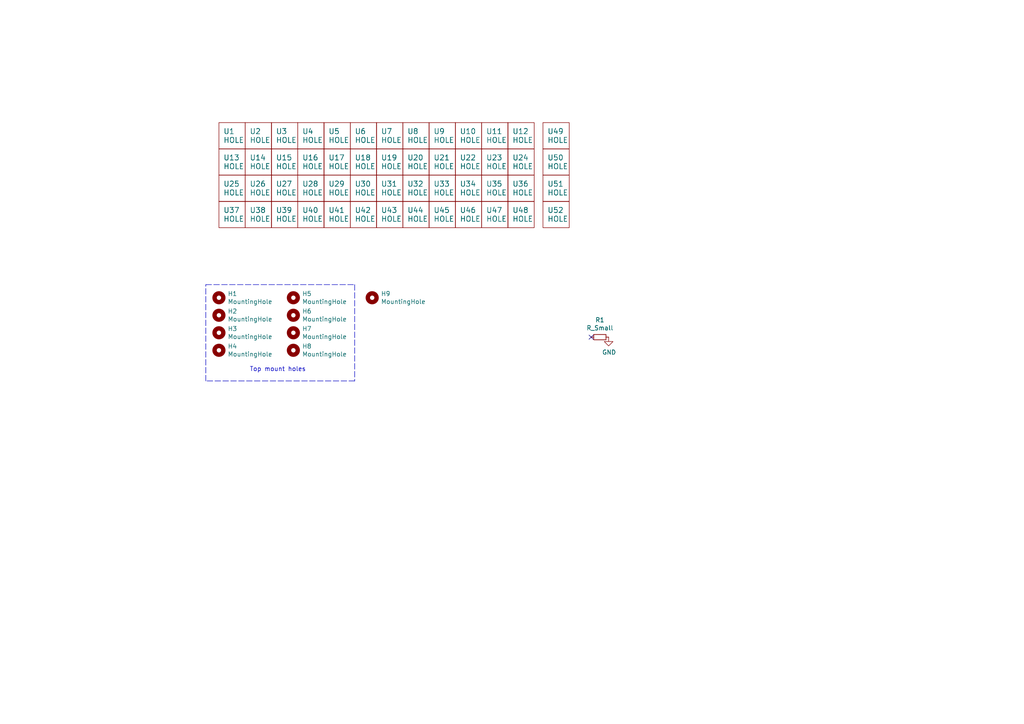
<source format=kicad_sch>
(kicad_sch (version 20211123) (generator eeschema)
  (paper "A4")
  (lib_symbols
    (symbol "Device:R_Small" (pin_numbers hide) (pin_names (offset 0.254) hide)
      (property "Reference" "R" (at 0.762 0.508 0))
      (property "Value" "R_Small" (at 0.762 -1.016 0))
      (symbol "R_Small_0_1"
        (rectangle (start -0.762 1.778) (end 0.762 -1.778) (stroke (width 0.2032)))
      )
      (symbol "R_Small_1_1"
        (pin passive line (at 0 2.54 270) (length 0.762) (name "~") (number "1"))
        (pin passive line (at 0 -2.54 90) (length 0.762) (name "~") (number "2"))
      )
    )
    (symbol "Mechanical:MountingHole" (pin_names (offset 1.016))
      (property "Reference" "H" (at 0 5.08 0))
      (property "Value" "MountingHole" (at 0 3.175 0))
      (symbol "MountingHole_0_1"
        (circle (center 0 0) (radius 1.27) (stroke (width 1.27)))
      )
    )
    (symbol "lets_split-cache:HOLE" (pin_names (offset 1.016))
      (property "Reference" "U" (at 0 5.08 0))
      (property "Value" "HOLE" (at 0 0 0))
      (symbol "HOLE_0_1"
        (rectangle (start -3.81 3.81) (end 3.81 -3.81))
      )
    )
    (symbol "power:GND" (power) (pin_names (offset 0))
      (property "Value" "GND" (at 0 -3.81 0))
      (symbol "GND_0_1"
        (polyline (pts (xy 0 0) (xy 0 -1.27) (xy 1.27 -1.27) (xy 0 -2.54) (xy -1.27 -1.27) (xy 0 -1.27)))
      )
      (symbol "GND_1_1"
        (pin power_in line (at 0 0 270) (length 0) hide (name "GND") (number "1"))
      )
    )
  )
  (no_connect (at 171.45 97.79))
  (polyline (pts (xy 102.87 110.49) (xy 59.69 110.49)))
  (polyline (pts (xy 102.87 82.55) (xy 102.87 110.49)))
  (polyline (pts (xy 59.69 110.49) (xy 59.69 82.55)))
  (polyline (pts (xy 59.69 82.55) (xy 102.87 82.55)))
  (text "Top mount holes" (at 72.39 107.95 0) (effects (font (size 1.27 1.27)) (justify left bottom)))
  (symbol (lib_id "lets_split-cache:HOLE") (at 67.31 39.37 0) (unit 1)
    (property "Reference" "U1" (at 64.77 38.1 0) (effects (font (size 1.524 1.524)) (justify left)))
    (property "Value" "HOLE" (at 64.77 40.64 0) (effects (font (size 1.524 1.524)) (justify left)))
    (property "Footprint" "Keeb_footprints:MX100_cutout_plated" (effects hide))
  )
  (symbol (lib_id "lets_split-cache:HOLE") (at 74.93 39.37 0) (unit 1)
    (property "Reference" "U2" (at 72.39 38.1 0) (effects (font (size 1.524 1.524)) (justify left)))
    (property "Value" "HOLE" (at 72.39 40.64 0) (effects (font (size 1.524 1.524)) (justify left)))
    (property "Footprint" "Keeb_footprints:MX100_cutout_plated" (effects hide))
  )
  (symbol (lib_id "lets_split-cache:HOLE") (at 82.55 39.37 0) (unit 1)
    (property "Reference" "U3" (at 80.01 38.1 0) (effects (font (size 1.524 1.524)) (justify left)))
    (property "Value" "HOLE" (at 80.01 40.64 0) (effects (font (size 1.524 1.524)) (justify left)))
    (property "Footprint" "Keeb_footprints:MX100_cutout_plated" (effects hide))
  )
  (symbol (lib_id "lets_split-cache:HOLE") (at 90.17 39.37 0) (unit 1)
    (property "Reference" "U4" (at 87.63 38.1 0) (effects (font (size 1.524 1.524)) (justify left)))
    (property "Value" "HOLE" (at 87.63 40.64 0) (effects (font (size 1.524 1.524)) (justify left)))
    (property "Footprint" "Keeb_footprints:MX100_cutout_plated" (effects hide))
  )
  (symbol (lib_id "lets_split-cache:HOLE") (at 67.31 46.99 0) (unit 1)
    (property "Reference" "U13" (at 64.77 45.72 0) (effects (font (size 1.524 1.524)) (justify left)))
    (property "Value" "HOLE" (at 64.77 48.26 0) (effects (font (size 1.524 1.524)) (justify left)))
    (property "Footprint" "Keeb_footprints:MX100_cutout_plated" (effects hide))
  )
  (symbol (lib_id "lets_split-cache:HOLE") (at 74.93 46.99 0) (unit 1)
    (property "Reference" "U14" (at 72.39 45.72 0) (effects (font (size 1.524 1.524)) (justify left)))
    (property "Value" "HOLE" (at 72.39 48.26 0) (effects (font (size 1.524 1.524)) (justify left)))
    (property "Footprint" "Keeb_footprints:MX100_cutout_plated" (effects hide))
  )
  (symbol (lib_id "lets_split-cache:HOLE") (at 82.55 46.99 0) (unit 1)
    (property "Reference" "U15" (at 80.01 45.72 0) (effects (font (size 1.524 1.524)) (justify left)))
    (property "Value" "HOLE" (at 80.01 48.26 0) (effects (font (size 1.524 1.524)) (justify left)))
    (property "Footprint" "Keeb_footprints:MX100_cutout_plated" (effects hide))
  )
  (symbol (lib_id "lets_split-cache:HOLE") (at 90.17 46.99 0) (unit 1)
    (property "Reference" "U16" (at 87.63 45.72 0) (effects (font (size 1.524 1.524)) (justify left)))
    (property "Value" "HOLE" (at 87.63 48.26 0) (effects (font (size 1.524 1.524)) (justify left)))
    (property "Footprint" "Keeb_footprints:MX100_cutout_plated" (effects hide))
  )
  (symbol (lib_id "lets_split-cache:HOLE") (at 67.31 54.61 0) (unit 1)
    (property "Reference" "U25" (at 64.77 53.34 0) (effects (font (size 1.524 1.524)) (justify left)))
    (property "Value" "HOLE" (at 64.77 55.88 0) (effects (font (size 1.524 1.524)) (justify left)))
    (property "Footprint" "Keeb_footprints:MX100_cutout_plated" (effects hide))
  )
  (symbol (lib_id "lets_split-cache:HOLE") (at 74.93 54.61 0) (unit 1)
    (property "Reference" "U26" (at 72.39 53.34 0) (effects (font (size 1.524 1.524)) (justify left)))
    (property "Value" "HOLE" (at 72.39 55.88 0) (effects (font (size 1.524 1.524)) (justify left)))
    (property "Footprint" "Keeb_footprints:MX100_cutout_plated" (effects hide))
  )
  (symbol (lib_id "lets_split-cache:HOLE") (at 82.55 54.61 0) (unit 1)
    (property "Reference" "U27" (at 80.01 53.34 0) (effects (font (size 1.524 1.524)) (justify left)))
    (property "Value" "HOLE" (at 80.01 55.88 0) (effects (font (size 1.524 1.524)) (justify left)))
    (property "Footprint" "Keeb_footprints:MX100_cutout_plated" (effects hide))
  )
  (symbol (lib_id "lets_split-cache:HOLE") (at 90.17 54.61 0) (unit 1)
    (property "Reference" "U28" (at 87.63 53.34 0) (effects (font (size 1.524 1.524)) (justify left)))
    (property "Value" "HOLE" (at 87.63 55.88 0) (effects (font (size 1.524 1.524)) (justify left)))
    (property "Footprint" "Keeb_footprints:MX100_cutout_plated" (effects hide))
  )
  (symbol (lib_id "lets_split-cache:HOLE") (at 67.31 62.23 0) (unit 1)
    (property "Reference" "U37" (at 64.77 60.96 0) (effects (font (size 1.524 1.524)) (justify left)))
    (property "Value" "HOLE" (at 64.77 63.5 0) (effects (font (size 1.524 1.524)) (justify left)))
    (property "Footprint" "Keeb_footprints:MX100_cutout_plated" (effects hide))
  )
  (symbol (lib_id "lets_split-cache:HOLE") (at 74.93 62.23 0) (unit 1)
    (property "Reference" "U38" (at 72.39 60.96 0) (effects (font (size 1.524 1.524)) (justify left)))
    (property "Value" "HOLE" (at 72.39 63.5 0) (effects (font (size 1.524 1.524)) (justify left)))
    (property "Footprint" "Keeb_footprints:MX100_cutout_plated" (effects hide))
  )
  (symbol (lib_id "lets_split-cache:HOLE") (at 82.55 62.23 0) (unit 1)
    (property "Reference" "U39" (at 80.01 60.96 0) (effects (font (size 1.524 1.524)) (justify left)))
    (property "Value" "HOLE" (at 80.01 63.5 0) (effects (font (size 1.524 1.524)) (justify left)))
    (property "Footprint" "Keeb_footprints:MX100_cutout_plated" (effects hide))
  )
  (symbol (lib_id "lets_split-cache:HOLE") (at 90.17 62.23 0) (unit 1)
    (property "Reference" "U40" (at 87.63 60.96 0) (effects (font (size 1.524 1.524)) (justify left)))
    (property "Value" "HOLE" (at 87.63 63.5 0) (effects (font (size 1.524 1.524)) (justify left)))
    (property "Footprint" "Keeb_footprints:MX100_cutout_plated" (effects hide))
  )
  (symbol (lib_id "lets_split-cache:HOLE") (at 97.79 39.37 0) (unit 1)
    (property "Reference" "U5" (at 95.25 38.1 0) (effects (font (size 1.524 1.524)) (justify left)))
    (property "Value" "HOLE" (at 95.25 40.64 0) (effects (font (size 1.524 1.524)) (justify left)))
    (property "Footprint" "Keeb_footprints:MX100_cutout_plated" (effects hide))
  )
  (symbol (lib_id "lets_split-cache:HOLE") (at 105.41 39.37 0) (unit 1)
    (property "Reference" "U6" (at 102.87 38.1 0) (effects (font (size 1.524 1.524)) (justify left)))
    (property "Value" "HOLE" (at 102.87 40.64 0) (effects (font (size 1.524 1.524)) (justify left)))
    (property "Footprint" "Keeb_footprints:MX100_cutout_plated" (effects hide))
  )
  (symbol (lib_id "lets_split-cache:HOLE") (at 113.03 39.37 0) (unit 1)
    (property "Reference" "U7" (at 110.49 38.1 0) (effects (font (size 1.524 1.524)) (justify left)))
    (property "Value" "HOLE" (at 110.49 40.64 0) (effects (font (size 1.524 1.524)) (justify left)))
    (property "Footprint" "Keeb_footprints:MX100_cutout_plated" (effects hide))
  )
  (symbol (lib_id "lets_split-cache:HOLE") (at 120.65 39.37 0) (unit 1)
    (property "Reference" "U8" (at 118.11 38.1 0) (effects (font (size 1.524 1.524)) (justify left)))
    (property "Value" "HOLE" (at 118.11 40.64 0) (effects (font (size 1.524 1.524)) (justify left)))
    (property "Footprint" "Keeb_footprints:MX100_cutout_plated" (effects hide))
  )
  (symbol (lib_id "lets_split-cache:HOLE") (at 97.79 46.99 0) (unit 1)
    (property "Reference" "U17" (at 95.25 45.72 0) (effects (font (size 1.524 1.524)) (justify left)))
    (property "Value" "HOLE" (at 95.25 48.26 0) (effects (font (size 1.524 1.524)) (justify left)))
    (property "Footprint" "Keeb_footprints:MX100_cutout_plated" (effects hide))
  )
  (symbol (lib_id "lets_split-cache:HOLE") (at 105.41 46.99 0) (unit 1)
    (property "Reference" "U18" (at 102.87 45.72 0) (effects (font (size 1.524 1.524)) (justify left)))
    (property "Value" "HOLE" (at 102.87 48.26 0) (effects (font (size 1.524 1.524)) (justify left)))
    (property "Footprint" "Keeb_footprints:MX100_cutout_plated" (effects hide))
  )
  (symbol (lib_id "lets_split-cache:HOLE") (at 113.03 46.99 0) (unit 1)
    (property "Reference" "U19" (at 110.49 45.72 0) (effects (font (size 1.524 1.524)) (justify left)))
    (property "Value" "HOLE" (at 110.49 48.26 0) (effects (font (size 1.524 1.524)) (justify left)))
    (property "Footprint" "Keeb_footprints:MX100_cutout_plated" (effects hide))
  )
  (symbol (lib_id "lets_split-cache:HOLE") (at 120.65 46.99 0) (unit 1)
    (property "Reference" "U20" (at 118.11 45.72 0) (effects (font (size 1.524 1.524)) (justify left)))
    (property "Value" "HOLE" (at 118.11 48.26 0) (effects (font (size 1.524 1.524)) (justify left)))
    (property "Footprint" "Keeb_footprints:MX100_cutout_plated" (effects hide))
  )
  (symbol (lib_id "lets_split-cache:HOLE") (at 97.79 54.61 0) (unit 1)
    (property "Reference" "U29" (at 95.25 53.34 0) (effects (font (size 1.524 1.524)) (justify left)))
    (property "Value" "HOLE" (at 95.25 55.88 0) (effects (font (size 1.524 1.524)) (justify left)))
    (property "Footprint" "Keeb_footprints:MX100_cutout_plated" (effects hide))
  )
  (symbol (lib_id "lets_split-cache:HOLE") (at 105.41 54.61 0) (unit 1)
    (property "Reference" "U30" (at 102.87 53.34 0) (effects (font (size 1.524 1.524)) (justify left)))
    (property "Value" "HOLE" (at 102.87 55.88 0) (effects (font (size 1.524 1.524)) (justify left)))
    (property "Footprint" "Keeb_footprints:MX100_cutout_plated" (effects hide))
  )
  (symbol (lib_id "lets_split-cache:HOLE") (at 113.03 54.61 0) (unit 1)
    (property "Reference" "U31" (at 110.49 53.34 0) (effects (font (size 1.524 1.524)) (justify left)))
    (property "Value" "HOLE" (at 110.49 55.88 0) (effects (font (size 1.524 1.524)) (justify left)))
    (property "Footprint" "Keeb_footprints:MX100_cutout_plated" (effects hide))
  )
  (symbol (lib_id "lets_split-cache:HOLE") (at 120.65 54.61 0) (unit 1)
    (property "Reference" "U32" (at 118.11 53.34 0) (effects (font (size 1.524 1.524)) (justify left)))
    (property "Value" "HOLE" (at 118.11 55.88 0) (effects (font (size 1.524 1.524)) (justify left)))
    (property "Footprint" "Keeb_footprints:MX100_cutout_plated" (effects hide))
  )
  (symbol (lib_id "lets_split-cache:HOLE") (at 97.79 62.23 0) (unit 1)
    (property "Reference" "U41" (at 95.25 60.96 0) (effects (font (size 1.524 1.524)) (justify left)))
    (property "Value" "HOLE" (at 95.25 63.5 0) (effects (font (size 1.524 1.524)) (justify left)))
    (property "Footprint" "Keeb_footprints:MX100_cutout_plated" (effects hide))
  )
  (symbol (lib_id "lets_split-cache:HOLE") (at 105.41 62.23 0) (unit 1)
    (property "Reference" "U42" (at 102.87 60.96 0) (effects (font (size 1.524 1.524)) (justify left)))
    (property "Value" "HOLE" (at 102.87 63.5 0) (effects (font (size 1.524 1.524)) (justify left)))
    (property "Footprint" "Keeb_footprints:MX100_cutout_plated" (effects hide))
  )
  (symbol (lib_id "lets_split-cache:HOLE") (at 113.03 62.23 0) (unit 1)
    (property "Reference" "U43" (at 110.49 60.96 0) (effects (font (size 1.524 1.524)) (justify left)))
    (property "Value" "HOLE" (at 110.49 63.5 0) (effects (font (size 1.524 1.524)) (justify left)))
    (property "Footprint" "Keeb_footprints:MX100_cutout_plated" (effects hide))
  )
  (symbol (lib_id "lets_split-cache:HOLE") (at 120.65 62.23 0) (unit 1)
    (property "Reference" "U44" (at 118.11 60.96 0) (effects (font (size 1.524 1.524)) (justify left)))
    (property "Value" "HOLE" (at 118.11 63.5 0) (effects (font (size 1.524 1.524)) (justify left)))
    (property "Footprint" "Keeb_footprints:MX100_cutout_plated" (effects hide))
  )
  (symbol (lib_id "lets_split-cache:HOLE") (at 128.27 39.37 0) (unit 1)
    (property "Reference" "U9" (at 125.73 38.1 0) (effects (font (size 1.524 1.524)) (justify left)))
    (property "Value" "HOLE" (at 125.73 40.64 0) (effects (font (size 1.524 1.524)) (justify left)))
    (property "Footprint" "Keeb_footprints:MX100_cutout_plated" (effects hide))
  )
  (symbol (lib_id "lets_split-cache:HOLE") (at 135.89 39.37 0) (unit 1)
    (property "Reference" "U10" (at 133.35 38.1 0) (effects (font (size 1.524 1.524)) (justify left)))
    (property "Value" "HOLE" (at 133.35 40.64 0) (effects (font (size 1.524 1.524)) (justify left)))
    (property "Footprint" "Keeb_footprints:MX100_cutout_plated" (effects hide))
  )
  (symbol (lib_id "lets_split-cache:HOLE") (at 143.51 39.37 0) (unit 1)
    (property "Reference" "U11" (at 140.97 38.1 0) (effects (font (size 1.524 1.524)) (justify left)))
    (property "Value" "HOLE" (at 140.97 40.64 0) (effects (font (size 1.524 1.524)) (justify left)))
    (property "Footprint" "Keeb_footprints:MX100_cutout_plated" (effects hide))
  )
  (symbol (lib_id "lets_split-cache:HOLE") (at 151.13 39.37 0) (unit 1)
    (property "Reference" "U12" (at 148.59 38.1 0) (effects (font (size 1.524 1.524)) (justify left)))
    (property "Value" "HOLE" (at 148.59 40.64 0) (effects (font (size 1.524 1.524)) (justify left)))
    (property "Footprint" "Keeb_footprints:MX100_cutout_plated" (effects hide))
  )
  (symbol (lib_id "lets_split-cache:HOLE") (at 128.27 46.99 0) (unit 1)
    (property "Reference" "U21" (at 125.73 45.72 0) (effects (font (size 1.524 1.524)) (justify left)))
    (property "Value" "HOLE" (at 125.73 48.26 0) (effects (font (size 1.524 1.524)) (justify left)))
    (property "Footprint" "Keeb_footprints:MX100_cutout_plated" (effects hide))
  )
  (symbol (lib_id "lets_split-cache:HOLE") (at 135.89 46.99 0) (unit 1)
    (property "Reference" "U22" (at 133.35 45.72 0) (effects (font (size 1.524 1.524)) (justify left)))
    (property "Value" "HOLE" (at 133.35 48.26 0) (effects (font (size 1.524 1.524)) (justify left)))
    (property "Footprint" "Keeb_footprints:MX100_cutout_plated" (effects hide))
  )
  (symbol (lib_id "lets_split-cache:HOLE") (at 143.51 46.99 0) (unit 1)
    (property "Reference" "U23" (at 140.97 45.72 0) (effects (font (size 1.524 1.524)) (justify left)))
    (property "Value" "HOLE" (at 140.97 48.26 0) (effects (font (size 1.524 1.524)) (justify left)))
    (property "Footprint" "Keeb_footprints:MX100_cutout_plated" (effects hide))
  )
  (symbol (lib_id "lets_split-cache:HOLE") (at 151.13 46.99 0) (unit 1)
    (property "Reference" "U24" (at 148.59 45.72 0) (effects (font (size 1.524 1.524)) (justify left)))
    (property "Value" "HOLE" (at 148.59 48.26 0) (effects (font (size 1.524 1.524)) (justify left)))
    (property "Footprint" "Keeb_footprints:MX100_cutout_plated" (effects hide))
  )
  (symbol (lib_id "lets_split-cache:HOLE") (at 128.27 54.61 0) (unit 1)
    (property "Reference" "U33" (at 125.73 53.34 0) (effects (font (size 1.524 1.524)) (justify left)))
    (property "Value" "HOLE" (at 125.73 55.88 0) (effects (font (size 1.524 1.524)) (justify left)))
    (property "Footprint" "Keeb_footprints:MX100_cutout_plated" (effects hide))
  )
  (symbol (lib_id "lets_split-cache:HOLE") (at 135.89 54.61 0) (unit 1)
    (property "Reference" "U34" (at 133.35 53.34 0) (effects (font (size 1.524 1.524)) (justify left)))
    (property "Value" "HOLE" (at 133.35 55.88 0) (effects (font (size 1.524 1.524)) (justify left)))
    (property "Footprint" "Keeb_footprints:MX100_cutout_plated" (effects hide))
  )
  (symbol (lib_id "lets_split-cache:HOLE") (at 143.51 54.61 0) (unit 1)
    (property "Reference" "U35" (at 140.97 53.34 0) (effects (font (size 1.524 1.524)) (justify left)))
    (property "Value" "HOLE" (at 140.97 55.88 0) (effects (font (size 1.524 1.524)) (justify left)))
    (property "Footprint" "Keeb_footprints:MX100_cutout_plated" (effects hide))
  )
  (symbol (lib_id "lets_split-cache:HOLE") (at 151.13 54.61 0) (unit 1)
    (property "Reference" "U36" (at 148.59 53.34 0) (effects (font (size 1.524 1.524)) (justify left)))
    (property "Value" "HOLE" (at 148.59 55.88 0) (effects (font (size 1.524 1.524)) (justify left)))
    (property "Footprint" "Keeb_footprints:MX100_cutout_plated" (effects hide))
  )
  (symbol (lib_id "lets_split-cache:HOLE") (at 128.27 62.23 0) (unit 1)
    (property "Reference" "U45" (at 125.73 60.96 0) (effects (font (size 1.524 1.524)) (justify left)))
    (property "Value" "HOLE" (at 125.73 63.5 0) (effects (font (size 1.524 1.524)) (justify left)))
    (property "Footprint" "Keeb_footprints:MX100_cutout_plated" (effects hide))
  )
  (symbol (lib_id "lets_split-cache:HOLE") (at 135.89 62.23 0) (unit 1)
    (property "Reference" "U46" (at 133.35 60.96 0) (effects (font (size 1.524 1.524)) (justify left)))
    (property "Value" "HOLE" (at 133.35 63.5 0) (effects (font (size 1.524 1.524)) (justify left)))
    (property "Footprint" "Keeb_footprints:MX100_cutout_plated" (effects hide))
  )
  (symbol (lib_id "lets_split-cache:HOLE") (at 143.51 62.23 0) (unit 1)
    (property "Reference" "U47" (at 140.97 60.96 0) (effects (font (size 1.524 1.524)) (justify left)))
    (property "Value" "HOLE" (at 140.97 63.5 0) (effects (font (size 1.524 1.524)) (justify left)))
    (property "Footprint" "Keeb_footprints:MX100_cutout_plated" (effects hide))
  )
  (symbol (lib_id "lets_split-cache:HOLE") (at 151.13 62.23 0) (unit 1)
    (property "Reference" "U48" (at 148.59 60.96 0) (effects (font (size 1.524 1.524)) (justify left)))
    (property "Value" "HOLE" (at 148.59 63.5 0) (effects (font (size 1.524 1.524)) (justify left)))
    (property "Footprint" "Keeb_footprints:MX100_cutout_plated" (effects hide))
  )
  (symbol (lib_id "lets_split-cache:HOLE") (at 161.29 39.37 0) (unit 1)
    (property "Reference" "U49" (at 158.75 38.1 0) (effects (font (size 1.524 1.524)) (justify left)))
    (property "Value" "HOLE" (at 158.75 40.64 0) (effects (font (size 1.524 1.524)) (justify left)))
    (property "Footprint" "Keeb_footprints:EC11_cutout_plated" (effects hide))
  )
  (symbol (lib_id "lets_split-cache:HOLE") (at 161.29 46.99 0) (unit 1)
    (property "Reference" "U50" (at 158.75 45.72 0) (effects (font (size 1.524 1.524)) (justify left)))
    (property "Value" "HOLE" (at 158.75 48.26 0) (effects (font (size 1.524 1.524)) (justify left)))
    (property "Footprint" "Keeb_footprints:MX100_cutout_plated" (effects hide))
  )
  (symbol (lib_id "lets_split-cache:HOLE") (at 161.29 54.61 0) (unit 1)
    (property "Reference" "U51" (at 158.75 53.34 0) (effects (font (size 1.524 1.524)) (justify left)))
    (property "Value" "HOLE" (at 158.75 55.88 0) (effects (font (size 1.524 1.524)) (justify left)))
    (property "Footprint" "Keeb_footprints:MX100_cutout_plated" (effects hide))
  )
  (symbol (lib_id "lets_split-cache:HOLE") (at 161.29 62.23 0) (unit 1)
    (property "Reference" "U52" (at 158.75 60.96 0) (effects (font (size 1.524 1.524)) (justify left)))
    (property "Value" "HOLE" (at 158.75 63.5 0) (effects (font (size 1.524 1.524)) (justify left)))
    (property "Footprint" "Keeb_footprints:MX100_cutout_plated" (effects hide))
  )
  (symbol (lib_id "power:GND") (at 176.53 97.79 0) (unit 1)
    (property "Reference" "#PWR0101" (effects hide))
    (property "Value" "GND" (at 176.657 102.1842 0))
  )
  (symbol (lib_id "Mechanical:MountingHole") (at 85.09 96.52 0) (unit 1)
    (property "Reference" "H7" (at 87.63 95.3516 0) (effects (justify left)))
    (property "Value" "MountingHole" (at 87.63 97.663 0) (effects (justify left)))
    (property "Footprint" "random-keyboard-parts:Generic-Mounthole" (effects hide))
  )
  (symbol (lib_id "Mechanical:MountingHole") (at 85.09 101.6 0) (unit 1)
    (property "Reference" "H8" (at 87.63 100.4316 0) (effects (justify left)))
    (property "Value" "MountingHole" (at 87.63 102.743 0) (effects (justify left)))
    (property "Footprint" "random-keyboard-parts:Generic-Mounthole" (effects hide))
  )
  (symbol (lib_id "Mechanical:MountingHole") (at 63.5 86.36 0) (unit 1)
    (property "Reference" "H1" (at 66.04 85.1916 0) (effects (justify left)))
    (property "Value" "MountingHole" (at 66.04 87.503 0) (effects (justify left)))
    (property "Footprint" "random-keyboard-parts:Generic-Mounthole" (effects hide))
  )
  (symbol (lib_id "Mechanical:MountingHole") (at 63.5 91.44 0) (unit 1)
    (property "Reference" "H2" (at 66.04 90.2716 0) (effects (justify left)))
    (property "Value" "MountingHole" (at 66.04 92.583 0) (effects (justify left)))
    (property "Footprint" "random-keyboard-parts:Generic-Mounthole" (effects hide))
  )
  (symbol (lib_id "Mechanical:MountingHole") (at 63.5 96.52 0) (unit 1)
    (property "Reference" "H3" (at 66.04 95.3516 0) (effects (justify left)))
    (property "Value" "MountingHole" (at 66.04 97.663 0) (effects (justify left)))
    (property "Footprint" "random-keyboard-parts:Generic-Mounthole" (effects hide))
  )
  (symbol (lib_id "Mechanical:MountingHole") (at 63.5 101.6 0) (unit 1)
    (property "Reference" "H4" (at 66.04 100.4316 0) (effects (justify left)))
    (property "Value" "MountingHole" (at 66.04 102.743 0) (effects (justify left)))
    (property "Footprint" "random-keyboard-parts:Generic-Mounthole" (effects hide))
  )
  (symbol (lib_id "Mechanical:MountingHole") (at 85.09 86.36 0) (unit 1)
    (property "Reference" "H5" (at 87.63 85.1916 0) (effects (justify left)))
    (property "Value" "MountingHole" (at 87.63 87.503 0) (effects (justify left)))
    (property "Footprint" "random-keyboard-parts:Generic-Mounthole" (effects hide))
  )
  (symbol (lib_id "Mechanical:MountingHole") (at 85.09 91.44 0) (unit 1)
    (property "Reference" "H6" (at 87.63 90.2716 0) (effects (justify left)))
    (property "Value" "MountingHole" (at 87.63 92.583 0) (effects (justify left)))
    (property "Footprint" "random-keyboard-parts:Generic-Mounthole" (effects hide))
  )
  (symbol (lib_id "Device:R_Small") (at 173.99 97.79 270) (unit 1)
    (property "Reference" "R1" (at 173.99 92.8116 90))
    (property "Value" "R_Small" (at 173.99 95.123 90))
    (property "Footprint" "Resistor_SMD:R_0603_1608Metric_Pad1.05x0.95mm_HandSolder" (effects hide))
  )
  (symbol (lib_id "Mechanical:MountingHole") (at 107.95 86.36 0) (unit 1)
    (property "Reference" "H9" (at 110.49 85.1916 0) (effects (justify left)))
    (property "Value" "MountingHole" (at 110.49 87.503 0) (effects (justify left)))
    (property "Footprint" "random-keyboard-parts:Generic-Mounthole" (effects hide))
  )
)
</source>
